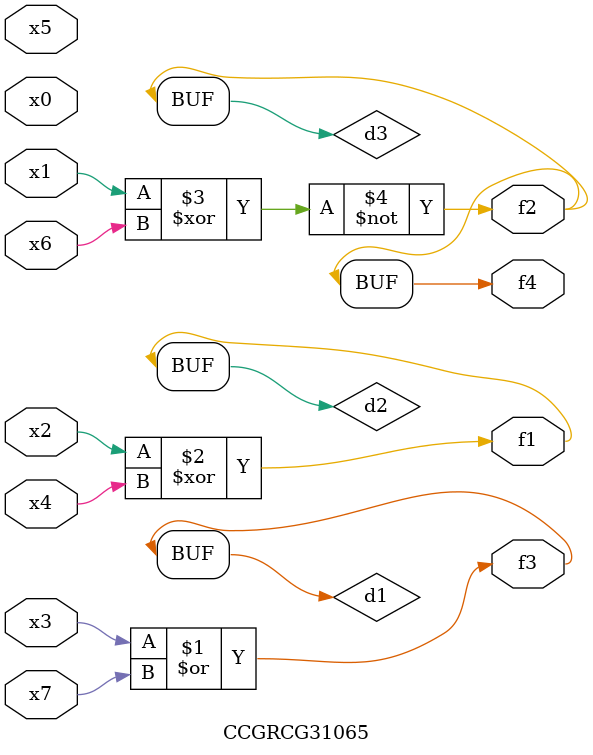
<source format=v>
module CCGRCG31065(
	input x0, x1, x2, x3, x4, x5, x6, x7,
	output f1, f2, f3, f4
);

	wire d1, d2, d3;

	or (d1, x3, x7);
	xor (d2, x2, x4);
	xnor (d3, x1, x6);
	assign f1 = d2;
	assign f2 = d3;
	assign f3 = d1;
	assign f4 = d3;
endmodule

</source>
